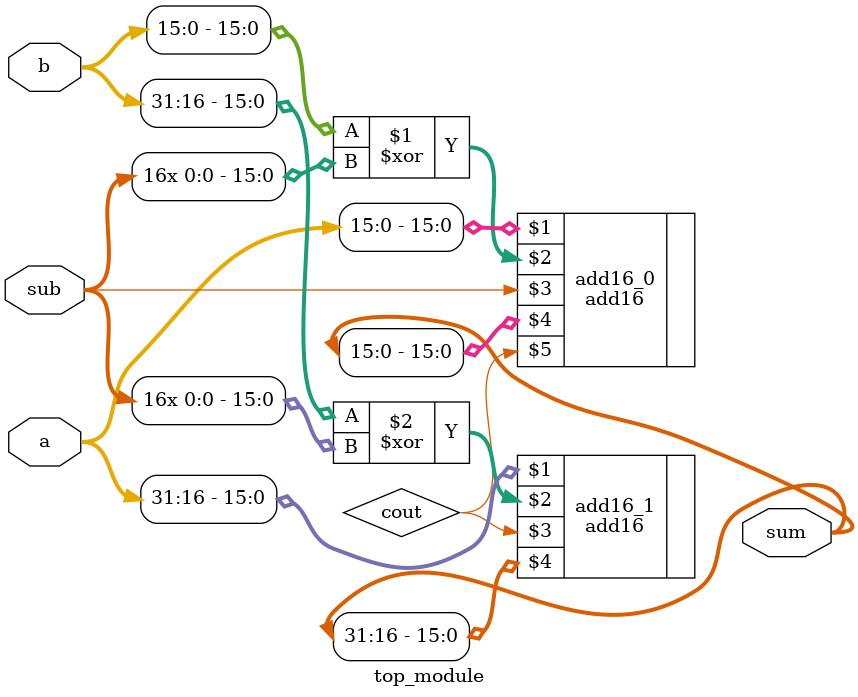
<source format=v>
module top_module(
    input [31:0] a,
    input [31:0] b,
    input sub,
    output [31:0] sum
);
    wire cout;
    add16 add16_0 (a[15:0], b[15:0]^{16{sub}}, sub, sum[15:0], cout);
    add16 add16_1 (a[31:16], b[31:16]^{16{sub}}, cout, sum[31:16], );
endmodule
</source>
